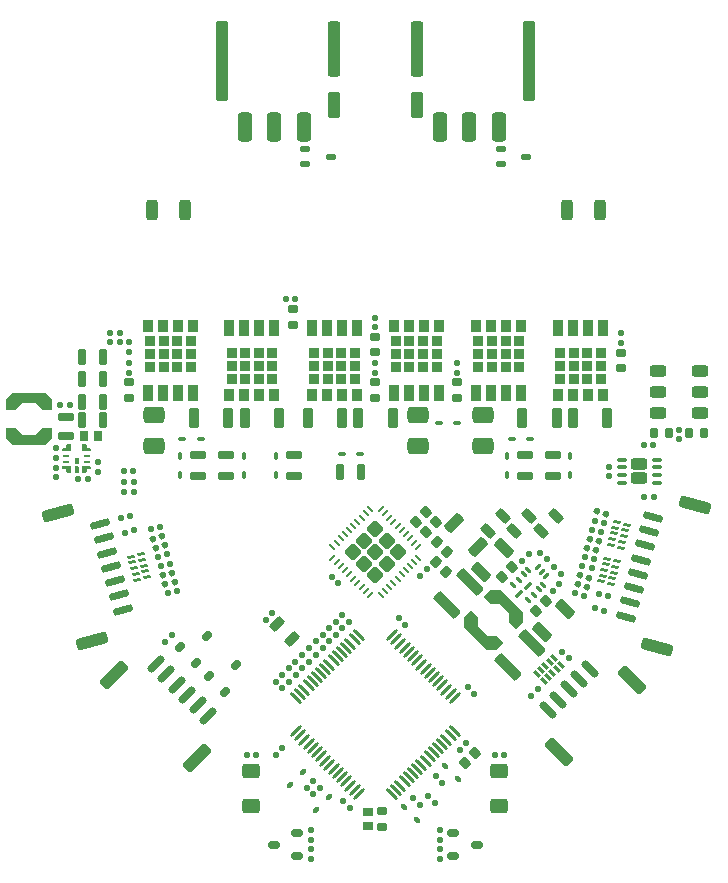
<source format=gbr>
%TF.GenerationSoftware,KiCad,Pcbnew,7.0.6*%
%TF.CreationDate,2024-04-14T17:53:18+02:00*%
%TF.ProjectId,amulet_controller,616d756c-6574-45f6-936f-6e74726f6c6c,1.1*%
%TF.SameCoordinates,Original*%
%TF.FileFunction,Paste,Top*%
%TF.FilePolarity,Positive*%
%FSLAX46Y46*%
G04 Gerber Fmt 4.6, Leading zero omitted, Abs format (unit mm)*
G04 Created by KiCad (PCBNEW 7.0.6) date 2024-04-14 17:53:18*
%MOMM*%
%LPD*%
G01*
G04 APERTURE LIST*
G04 Aperture macros list*
%AMRoundRect*
0 Rectangle with rounded corners*
0 $1 Rounding radius*
0 $2 $3 $4 $5 $6 $7 $8 $9 X,Y pos of 4 corners*
0 Add a 4 corners polygon primitive as box body*
4,1,4,$2,$3,$4,$5,$6,$7,$8,$9,$2,$3,0*
0 Add four circle primitives for the rounded corners*
1,1,$1+$1,$2,$3*
1,1,$1+$1,$4,$5*
1,1,$1+$1,$6,$7*
1,1,$1+$1,$8,$9*
0 Add four rect primitives between the rounded corners*
20,1,$1+$1,$2,$3,$4,$5,0*
20,1,$1+$1,$4,$5,$6,$7,0*
20,1,$1+$1,$6,$7,$8,$9,0*
20,1,$1+$1,$8,$9,$2,$3,0*%
%AMRotRect*
0 Rectangle, with rotation*
0 The origin of the aperture is its center*
0 $1 length*
0 $2 width*
0 $3 Rotation angle, in degrees counterclockwise*
0 Add horizontal line*
21,1,$1,$2,0,0,$3*%
%AMFreePoly0*
4,1,13,0.200001,0.350501,0.200001,-0.124500,0.150001,-0.174500,-0.500000,-0.174500,-0.550000,-0.124500,-0.550000,0.000501,-0.500000,0.050501,-0.249998,0.050501,-0.199998,0.100501,-0.199998,0.350501,-0.149998,0.400501,0.150001,0.400501,0.200001,0.350501,0.200001,0.350501,$1*%
%AMFreePoly1*
4,1,13,0.250001,0.124500,0.250001,-0.350503,0.200001,-0.400503,-0.099998,-0.400501,-0.149998,-0.350501,-0.149998,-0.100501,-0.199998,-0.050501,-0.450000,-0.050501,-0.500000,-0.000501,-0.500000,0.124500,-0.450000,0.174500,0.200001,0.174500,0.250001,0.124500,0.250001,0.124500,$1*%
%AMFreePoly2*
4,1,13,0.500000,0.124500,0.500000,-0.000501,0.450000,-0.050501,0.199998,-0.050501,0.149998,-0.100501,0.149998,-0.350501,0.099998,-0.400501,-0.200001,-0.400503,-0.250001,-0.350503,-0.250001,0.124500,-0.200001,0.174500,0.450000,0.174500,0.500000,0.124500,0.500000,0.124500,$1*%
%AMFreePoly3*
4,1,13,0.149998,0.350501,0.149998,0.100501,0.199998,0.050501,0.450000,0.050501,0.500000,0.000501,0.500000,-0.124500,0.450000,-0.174500,-0.200001,-0.174500,-0.250001,-0.124500,-0.250001,0.350501,-0.200001,0.400501,0.099998,0.400501,0.149998,0.350501,0.149998,0.350501,$1*%
%AMFreePoly4*
4,1,11,1.014999,1.170000,0.435000,0.575000,0.435000,-0.575000,1.014999,-1.170000,1.015000,-1.945000,0.125000,-1.945000,-0.434999,-1.395000,-0.434999,1.395000,0.125000,1.945000,1.015000,1.945000,1.014999,1.170000,1.014999,1.170000,$1*%
%AMFreePoly5*
4,1,11,0.434999,1.395000,0.434999,-1.395000,-0.125000,-1.945000,-1.015000,-1.945000,-1.014999,-1.170000,-0.435000,-0.575000,-0.435000,0.575000,-1.014999,1.170000,-1.015000,1.945000,-0.125000,1.945000,0.434999,1.395000,0.434999,1.395000,$1*%
G04 Aperture macros list end*
%ADD10RoundRect,0.237500X0.583363X-0.919239X0.919239X-0.583363X-0.583363X0.919239X-0.919239X0.583363X0*%
%ADD11RoundRect,0.130000X-0.130000X-0.130000X0.130000X-0.130000X0.130000X0.130000X-0.130000X0.130000X0*%
%ADD12R,0.900000X0.900000*%
%ADD13R,0.850000X1.450000*%
%ADD14R,0.850000X1.100000*%
%ADD15RoundRect,0.137500X-0.097227X-0.168402X0.168402X-0.097227X0.097227X0.168402X-0.168402X0.097227X0*%
%ADD16RoundRect,0.130000X-0.159217X-0.091924X0.091924X-0.159217X0.159217X0.091924X-0.091924X0.159217X0*%
%ADD17RoundRect,0.187500X-0.053033X0.318198X-0.318198X0.053033X0.053033X-0.318198X0.318198X-0.053033X0*%
%ADD18RoundRect,0.150000X0.350000X0.150000X-0.350000X0.150000X-0.350000X-0.150000X0.350000X-0.150000X0*%
%ADD19RoundRect,0.130000X-0.183848X0.000000X0.000000X-0.183848X0.183848X0.000000X0.000000X0.183848X0*%
%ADD20RoundRect,0.187500X-0.194454X0.459619X-0.459619X0.194454X0.194454X-0.459619X0.459619X-0.194454X0*%
%ADD21RoundRect,0.130000X-0.091924X-0.159217X0.159217X-0.091924X0.091924X0.159217X-0.159217X0.091924X0*%
%ADD22RoundRect,0.250000X-0.450000X-0.250000X0.450000X-0.250000X0.450000X0.250000X-0.450000X0.250000X0*%
%ADD23RoundRect,0.075000X-0.350000X-0.075000X0.350000X-0.075000X0.350000X0.075000X-0.350000X0.075000X0*%
%ADD24RoundRect,0.130000X0.183848X0.000000X0.000000X0.183848X-0.183848X0.000000X0.000000X-0.183848X0*%
%ADD25RoundRect,0.162500X0.287500X-0.162500X0.287500X0.162500X-0.287500X0.162500X-0.287500X-0.162500X0*%
%ADD26RoundRect,0.100000X-0.200000X-0.100000X0.200000X-0.100000X0.200000X0.100000X-0.200000X0.100000X0*%
%ADD27RotRect,0.250000X0.600000X225.000000*%
%ADD28RoundRect,0.187500X0.187500X0.462500X-0.187500X0.462500X-0.187500X-0.462500X0.187500X-0.462500X0*%
%ADD29RoundRect,0.310000X0.310000X0.940000X-0.310000X0.940000X-0.310000X-0.940000X0.310000X-0.940000X0*%
%ADD30RoundRect,0.275000X0.275000X0.822500X-0.275000X0.822500X-0.275000X-0.822500X0.275000X-0.822500X0*%
%ADD31RoundRect,0.275000X0.275000X3.122500X-0.275000X3.122500X-0.275000X-3.122500X0.275000X-3.122500X0*%
%ADD32RoundRect,0.275000X0.275000X2.077500X-0.275000X2.077500X-0.275000X-2.077500X0.275000X-2.077500X0*%
%ADD33RoundRect,0.187500X-0.462500X0.187500X-0.462500X-0.187500X0.462500X-0.187500X0.462500X0.187500X0*%
%ADD34RoundRect,0.130000X0.000000X0.183848X-0.183848X0.000000X0.000000X-0.183848X0.183848X0.000000X0*%
%ADD35RoundRect,0.137500X-0.137500X0.137500X-0.137500X-0.137500X0.137500X-0.137500X0.137500X0.137500X0*%
%ADD36RoundRect,0.100000X-0.212132X0.070711X0.070711X-0.212132X0.212132X-0.070711X-0.070711X0.212132X0*%
%ADD37RoundRect,0.240000X0.510000X-0.360000X0.510000X0.360000X-0.510000X0.360000X-0.510000X-0.360000X0*%
%ADD38RoundRect,0.137500X0.168402X0.097227X-0.097227X0.168402X-0.168402X-0.097227X0.097227X-0.168402X0*%
%ADD39RoundRect,0.195652X0.254348X0.654348X-0.254348X0.654348X-0.254348X-0.654348X0.254348X-0.654348X0*%
%ADD40RoundRect,0.137500X-0.194454X0.000000X0.000000X-0.194454X0.194454X0.000000X0.000000X0.194454X0*%
%ADD41RoundRect,0.130000X0.000000X-0.183848X0.183848X0.000000X0.000000X0.183848X-0.183848X0.000000X0*%
%ADD42RoundRect,0.187500X0.462500X-0.187500X0.462500X0.187500X-0.462500X0.187500X-0.462500X-0.187500X0*%
%ADD43RoundRect,0.195652X-0.642545X-0.282843X-0.282843X-0.642545X0.642545X0.282843X0.282843X0.642545X0*%
%ADD44RoundRect,0.162500X-0.287500X0.162500X-0.287500X-0.162500X0.287500X-0.162500X0.287500X0.162500X0*%
%ADD45RoundRect,0.137500X0.194454X0.000000X0.000000X0.194454X-0.194454X0.000000X0.000000X-0.194454X0*%
%ADD46RoundRect,0.137500X0.137500X0.137500X-0.137500X0.137500X-0.137500X-0.137500X0.137500X-0.137500X0*%
%ADD47RoundRect,0.137500X0.000000X-0.194454X0.194454X0.000000X0.000000X0.194454X-0.194454X0.000000X0*%
%ADD48RoundRect,0.350000X0.550000X-0.350000X0.550000X0.350000X-0.550000X0.350000X-0.550000X-0.350000X0*%
%ADD49RoundRect,0.130000X0.159217X0.091924X-0.091924X0.159217X-0.159217X-0.091924X0.091924X-0.159217X0*%
%ADD50RoundRect,0.130000X-0.130000X0.130000X-0.130000X-0.130000X0.130000X-0.130000X0.130000X0.130000X0*%
%ADD51RoundRect,0.175000X-0.500000X0.175000X-0.500000X-0.175000X0.500000X-0.175000X0.500000X0.175000X0*%
%ADD52RoundRect,0.137500X0.137500X-0.137500X0.137500X0.137500X-0.137500X0.137500X-0.137500X-0.137500X0*%
%ADD53RoundRect,0.187500X-0.459619X-0.194454X-0.194454X-0.459619X0.459619X0.194454X0.194454X0.459619X0*%
%ADD54RoundRect,0.206521X-0.268479X-0.643479X0.268479X-0.643479X0.268479X0.643479X-0.268479X0.643479X0*%
%ADD55RoundRect,0.187500X0.262500X-0.187500X0.262500X0.187500X-0.262500X0.187500X-0.262500X-0.187500X0*%
%ADD56RoundRect,0.150000X-0.106066X-0.318198X0.318198X0.106066X0.106066X0.318198X-0.318198X-0.106066X0*%
%ADD57RoundRect,0.137500X-0.262500X-0.137500X0.262500X-0.137500X0.262500X0.137500X-0.262500X0.137500X0*%
%ADD58RoundRect,0.062500X-0.123744X0.212132X-0.212132X0.123744X0.123744X-0.212132X0.212132X-0.123744X0*%
%ADD59RoundRect,0.062500X0.212132X0.123744X0.123744X0.212132X-0.212132X-0.123744X-0.123744X-0.212132X0*%
%ADD60RoundRect,0.062500X0.286555X0.198167X0.198167X0.286555X-0.286555X-0.198167X-0.198167X-0.286555X0*%
%ADD61RoundRect,0.130000X0.091924X0.159217X-0.159217X0.091924X-0.091924X-0.159217X0.159217X-0.091924X0*%
%ADD62RoundRect,0.130000X0.130000X0.130000X-0.130000X0.130000X-0.130000X-0.130000X0.130000X-0.130000X0*%
%ADD63RoundRect,0.206521X0.268479X0.643479X-0.268479X0.643479X-0.268479X-0.643479X0.268479X-0.643479X0*%
%ADD64RoundRect,0.150000X-0.601041X-0.388909X-0.388909X-0.601041X0.601041X0.388909X0.388909X0.601041X0*%
%ADD65RoundRect,0.250000X-0.954594X-0.601041X-0.601041X-0.954594X0.954594X0.601041X0.601041X0.954594X0*%
%ADD66RoundRect,0.187500X0.194454X-0.459619X0.459619X-0.194454X-0.194454X0.459619X-0.459619X0.194454X0*%
%ADD67FreePoly0,180.000000*%
%ADD68R,0.600000X0.250000*%
%ADD69FreePoly1,180.000000*%
%ADD70FreePoly2,180.000000*%
%ADD71FreePoly3,180.000000*%
%ADD72RoundRect,0.070000X0.325269X0.424264X-0.424264X-0.325269X-0.325269X-0.424264X0.424264X0.325269X0*%
%ADD73RoundRect,0.070000X-0.325269X0.424264X-0.424264X0.325269X0.325269X-0.424264X0.424264X-0.325269X0*%
%ADD74RoundRect,0.100000X0.100000X-0.200000X0.100000X0.200000X-0.100000X0.200000X-0.100000X-0.200000X0*%
%ADD75RoundRect,0.150000X0.637325X-0.326062X0.714971X-0.036284X-0.637325X0.326062X-0.714971X0.036284X0*%
%ADD76RoundRect,0.250000X0.997814X-0.526182X1.127223X-0.043219X-0.997814X0.526182X-1.127223X0.043219X0*%
%ADD77FreePoly4,225.000000*%
%ADD78FreePoly5,225.000000*%
%ADD79RoundRect,0.130000X0.130000X-0.130000X0.130000X0.130000X-0.130000X0.130000X-0.130000X-0.130000X0*%
%ADD80RoundRect,0.187500X-0.318198X-0.053033X-0.053033X-0.318198X0.318198X0.053033X0.053033X0.318198X0*%
%ADD81RoundRect,0.150000X0.388909X-0.601041X0.601041X-0.388909X-0.388909X0.601041X-0.601041X0.388909X0*%
%ADD82RoundRect,0.250000X0.601041X-0.954594X0.954594X-0.601041X-0.601041X0.954594X-0.954594X0.601041X0*%
%ADD83RoundRect,0.187500X0.053033X-0.318198X0.318198X-0.053033X-0.053033X0.318198X-0.318198X0.053033X0*%
%ADD84RoundRect,0.206521X-0.265165X0.644852X-0.644852X0.265165X0.265165X-0.644852X0.644852X-0.265165X0*%
%ADD85RoundRect,0.195652X-0.254348X-0.654348X0.254348X-0.654348X0.254348X0.654348X-0.254348X0.654348X0*%
%ADD86RoundRect,0.162500X0.162500X0.287500X-0.162500X0.287500X-0.162500X-0.287500X0.162500X-0.287500X0*%
%ADD87RoundRect,0.150000X-0.350000X-0.150000X0.350000X-0.150000X0.350000X0.150000X-0.350000X0.150000X0*%
%ADD88RotRect,0.250000X0.600000X255.000000*%
%ADD89RoundRect,0.100000X-0.070711X-0.212132X0.212132X0.070711X0.070711X0.212132X-0.212132X-0.070711X0*%
%ADD90RoundRect,0.187500X0.187500X0.262500X-0.187500X0.262500X-0.187500X-0.262500X0.187500X-0.262500X0*%
%ADD91RoundRect,0.100000X0.200000X0.100000X-0.200000X0.100000X-0.200000X-0.100000X0.200000X-0.100000X0*%
%ADD92RoundRect,0.137500X0.000000X0.194454X-0.194454X0.000000X0.000000X-0.194454X0.194454X0.000000X0*%
%ADD93RoundRect,0.187500X-0.187500X-0.462500X0.187500X-0.462500X0.187500X0.462500X-0.187500X0.462500X0*%
%ADD94RotRect,0.250000X0.600000X105.000000*%
%ADD95FreePoly4,90.000000*%
%ADD96FreePoly5,90.000000*%
%ADD97RoundRect,0.230000X0.000000X0.487904X-0.487904X0.000000X0.000000X-0.487904X0.487904X0.000000X0*%
%ADD98RoundRect,0.234000X0.000000X0.496389X-0.496389X0.000000X0.000000X-0.496389X0.496389X0.000000X0*%
%ADD99RoundRect,0.055000X0.134350X0.212132X-0.212132X-0.134350X-0.134350X-0.212132X0.212132X0.134350X0*%
%ADD100RoundRect,0.055000X-0.134350X0.212132X-0.212132X0.134350X0.134350X-0.212132X0.212132X-0.134350X0*%
%ADD101RoundRect,0.150000X-0.714971X-0.036284X-0.637325X-0.326062X0.714971X0.036284X0.637325X0.326062X0*%
%ADD102RoundRect,0.250000X-1.127223X-0.043219X-0.997814X-0.526182X1.127223X0.043219X0.997814X0.526182X0*%
%ADD103RoundRect,0.250000X0.450000X0.250000X-0.450000X0.250000X-0.450000X-0.250000X0.450000X-0.250000X0*%
G04 APERTURE END LIST*
%TO.C,U2*%
G36*
X123375400Y-86788103D02*
G01*
X123375397Y-87238102D01*
X123325397Y-87288102D01*
X123075398Y-87288102D01*
X123025398Y-87238102D01*
X123025398Y-86788103D01*
X123075398Y-86738103D01*
X123325400Y-86738103D01*
X123375400Y-86788103D01*
G37*
G36*
X123375400Y-87538101D02*
G01*
X123375400Y-87988100D01*
X123325400Y-88038100D01*
X123075401Y-88038100D01*
X123025401Y-87988100D01*
X123025401Y-87538101D01*
X123075401Y-87488101D01*
X123325400Y-87488101D01*
X123375400Y-87538101D01*
G37*
G36*
X123375400Y-87538101D02*
G01*
X123375400Y-87988100D01*
X123325400Y-88038100D01*
X123075401Y-88038100D01*
X123025401Y-87988100D01*
X123025401Y-87538101D01*
X123075401Y-87488101D01*
X123325400Y-87488101D01*
X123375400Y-87538101D01*
G37*
G36*
X124000397Y-85637599D02*
G01*
X124050397Y-85687599D01*
X124050397Y-85937599D01*
X124100397Y-85987599D01*
X124350399Y-85987599D01*
X124400399Y-86037599D01*
X124400399Y-86162600D01*
X124350399Y-86212600D01*
X123700398Y-86212600D01*
X123650398Y-86162600D01*
X123650398Y-85687597D01*
X123700398Y-85637597D01*
X124000397Y-85637599D01*
G37*
G36*
X124400394Y-87513600D02*
G01*
X124400397Y-87638599D01*
X124350397Y-87688601D01*
X124100397Y-87688601D01*
X124050397Y-87738601D01*
X124050397Y-87913602D01*
X124000397Y-87963602D01*
X123700398Y-87963602D01*
X123650398Y-87913600D01*
X123650401Y-87513600D01*
X123700398Y-87463603D01*
X124350397Y-87463603D01*
X124400394Y-87513600D01*
G37*
G36*
X122750397Y-87513600D02*
G01*
X122750400Y-87913600D01*
X122700400Y-87963602D01*
X122400401Y-87963602D01*
X122350401Y-87913602D01*
X122350401Y-87738601D01*
X122300401Y-87688601D01*
X122050401Y-87688601D01*
X122000401Y-87638599D01*
X122000404Y-87513600D01*
X122050401Y-87463603D01*
X122700400Y-87463603D01*
X122750397Y-87513600D01*
G37*
%TD*%
D10*
%TO.C,C38*%
X159742740Y-104427232D03*
X161722638Y-102447334D03*
%TD*%
D11*
%TO.C,C138*%
X140900000Y-73299954D03*
X141700000Y-73299954D03*
%TD*%
D12*
%TO.C,Q3*%
X146775400Y-77900100D03*
X145625400Y-77900100D03*
X144475400Y-77900100D03*
X143325400Y-77900100D03*
X146775400Y-79000100D03*
X145625400Y-79000100D03*
X144475400Y-79000100D03*
X143325400Y-79000100D03*
X146775400Y-80100100D03*
X145625400Y-80100100D03*
X144475400Y-80100100D03*
X143325400Y-80100100D03*
D13*
X146955400Y-75750100D03*
X145685400Y-75750100D03*
X144415400Y-75750100D03*
X143145400Y-75750100D03*
D14*
X143145400Y-81425100D03*
X144415400Y-81425100D03*
X145685400Y-81425100D03*
X146955400Y-81425100D03*
%TD*%
D15*
%TO.C,R42*%
X130521710Y-96685879D03*
X131294450Y-96478823D03*
%TD*%
D16*
%TO.C,C124*%
X165415645Y-98241230D03*
X166188385Y-98448286D03*
%TD*%
D17*
%TO.C,C1*%
X156924664Y-111725836D03*
X156076136Y-112574364D03*
%TD*%
D18*
%TO.C,Q7*%
X141900400Y-120450100D03*
X141900400Y-118550100D03*
X139900400Y-119500100D03*
%TD*%
D19*
%TO.C,C128*%
X164307557Y-103177257D03*
X164873243Y-103742943D03*
%TD*%
D20*
%TO.C,C16*%
X159286796Y-91663704D03*
X158014004Y-92936496D03*
%TD*%
D15*
%TO.C,R40*%
X129693490Y-93594919D03*
X130466230Y-93387863D03*
%TD*%
D21*
%TO.C,C113*%
X126943013Y-91862072D03*
X127715753Y-91655016D03*
%TD*%
D22*
%TO.C,U10*%
X170850400Y-87300100D03*
X170850400Y-88500100D03*
D23*
X169400400Y-86925100D03*
X169400400Y-87575100D03*
X169400400Y-88225100D03*
X169400400Y-88875100D03*
X172300400Y-88875100D03*
X172300400Y-88225100D03*
X172300400Y-87575100D03*
X172300400Y-86925100D03*
%TD*%
D24*
%TO.C,C5*%
X146333243Y-116382943D03*
X145767557Y-115817257D03*
%TD*%
D25*
%TO.C,R55*%
X155450000Y-81675000D03*
X155450000Y-80375000D03*
%TD*%
D26*
%TO.C,D8*%
X145650400Y-86425100D03*
X147200400Y-86425100D03*
%TD*%
D27*
%TO.C,D26*%
X163594460Y-103679943D03*
X163240907Y-104033496D03*
X162887354Y-104387050D03*
X162533800Y-104740603D03*
X162180247Y-105094156D03*
X162781288Y-105695197D03*
X163134841Y-105341644D03*
X163488394Y-104988090D03*
X163841948Y-104634537D03*
X164195501Y-104280984D03*
%TD*%
D28*
%TO.C,C20*%
X125475399Y-83548100D03*
X123675399Y-83548100D03*
%TD*%
D29*
%TO.C,J12*%
X153950400Y-58785100D03*
X156450400Y-58785100D03*
X158950400Y-58785100D03*
D30*
X151980400Y-56857600D03*
D31*
X161520400Y-53152600D03*
D32*
X151980400Y-52107600D03*
%TD*%
D33*
%TO.C,R10*%
X163524600Y-86525000D03*
X163524600Y-88325000D03*
%TD*%
D34*
%TO.C,C8*%
X156208243Y-110917257D03*
X155642557Y-111482943D03*
%TD*%
D35*
%TO.C,R30*%
X127200400Y-88825100D03*
X127200400Y-89625100D03*
%TD*%
D36*
%TO.C,D19*%
X150952392Y-116352092D03*
X152048408Y-117448108D03*
%TD*%
D34*
%TO.C,C2*%
X139783243Y-99917257D03*
X139217557Y-100482943D03*
%TD*%
D37*
%TO.C,D13*%
X159000400Y-116250100D03*
X159000400Y-113250100D03*
%TD*%
D38*
%TO.C,R37*%
X167217538Y-94588123D03*
X166444798Y-94381067D03*
%TD*%
D39*
%TO.C,C95*%
X163840000Y-83400000D03*
X160940000Y-83400000D03*
%TD*%
D40*
%TO.C,R6*%
X162429743Y-94775222D03*
X162995429Y-95340908D03*
%TD*%
D41*
%TO.C,C94*%
X152292557Y-96732943D03*
X152858243Y-96167257D03*
%TD*%
D25*
%TO.C,R52*%
X149100000Y-118000000D03*
X149100000Y-116700000D03*
%TD*%
D12*
%TO.C,Q4*%
X150225400Y-79100100D03*
X151375400Y-79100100D03*
X152525400Y-79100100D03*
X153675400Y-79100100D03*
X150225400Y-78000100D03*
X151375400Y-78000100D03*
X152525400Y-78000100D03*
X153675400Y-78000100D03*
X150225400Y-76900100D03*
X151375400Y-76900100D03*
X152525400Y-76900100D03*
X153675400Y-76900100D03*
D13*
X150045400Y-81250100D03*
X151315400Y-81250100D03*
X152585400Y-81250100D03*
X153855400Y-81250100D03*
D14*
X153855400Y-75575100D03*
X152585400Y-75575100D03*
X151315400Y-75575100D03*
X150045400Y-75575100D03*
%TD*%
D42*
%TO.C,R11*%
X161150000Y-88325000D03*
X161150000Y-86525000D03*
%TD*%
D43*
%TO.C,C89*%
X155175095Y-92299795D03*
X157225705Y-94350405D03*
%TD*%
D44*
%TO.C,R58*%
X169320000Y-77874998D03*
X169320000Y-79174998D03*
%TD*%
D45*
%TO.C,R3*%
X144033243Y-102857943D03*
X143467557Y-102292257D03*
%TD*%
D42*
%TO.C,R17*%
X133480000Y-88325000D03*
X133480000Y-86525000D03*
%TD*%
D16*
%TO.C,C120*%
X166234207Y-95147684D03*
X167006947Y-95354740D03*
%TD*%
D19*
%TO.C,C90*%
X144792557Y-96817257D03*
X145358243Y-97382943D03*
%TD*%
%TO.C,C9*%
X156307557Y-106167257D03*
X156873243Y-106732943D03*
%TD*%
D46*
%TO.C,R23*%
X138400400Y-111950100D03*
X137600400Y-111950100D03*
%TD*%
D41*
%TO.C,C28*%
X163505044Y-98048626D03*
X164070730Y-97482940D03*
%TD*%
D47*
%TO.C,R47*%
X143242557Y-115257943D03*
X143808243Y-114692257D03*
%TD*%
D29*
%TO.C,J13*%
X137450400Y-58785100D03*
X139950400Y-58785100D03*
X142450400Y-58785100D03*
D31*
X135480400Y-53152600D03*
D30*
X145020400Y-56860100D03*
D32*
X145020400Y-52110100D03*
%TD*%
D48*
%TO.C,R12*%
X157575400Y-85790000D03*
X157575400Y-83090000D03*
%TD*%
D49*
%TO.C,C114*%
X168211752Y-98498689D03*
X167439012Y-98291633D03*
%TD*%
D41*
%TO.C,C11*%
X142309714Y-104590786D03*
X142875400Y-104025100D03*
%TD*%
D50*
%TO.C,C27*%
X121440400Y-85940100D03*
X121440400Y-86740100D03*
%TD*%
D38*
%TO.C,R35*%
X166385783Y-97672957D03*
X165613043Y-97465901D03*
%TD*%
D15*
%TO.C,R43*%
X130726866Y-97458621D03*
X131499606Y-97251565D03*
%TD*%
D46*
%TO.C,R33*%
X172040400Y-85700100D03*
X171240400Y-85700100D03*
%TD*%
D12*
%TO.C,Q6*%
X129410401Y-79100100D03*
X130560401Y-79100100D03*
X131710401Y-79100100D03*
X132860401Y-79100100D03*
X129410401Y-78000100D03*
X130560401Y-78000100D03*
X131710401Y-78000100D03*
X132860401Y-78000100D03*
X129410401Y-76900100D03*
X130560401Y-76900100D03*
X131710401Y-76900100D03*
X132860401Y-76900100D03*
D13*
X129230401Y-81250100D03*
X130500401Y-81250100D03*
X131770401Y-81250100D03*
X133040401Y-81250100D03*
D14*
X133040401Y-75575100D03*
X131770401Y-75575100D03*
X130500401Y-75575100D03*
X129230401Y-75575100D03*
%TD*%
D51*
%TO.C,C37*%
X122300399Y-83288100D03*
X122300399Y-84888100D03*
%TD*%
D52*
%TO.C,TH1*%
X127640000Y-77780000D03*
X127640000Y-76980000D03*
%TD*%
D53*
%TO.C,FB1*%
X140164004Y-100863704D03*
X141436796Y-102136496D03*
%TD*%
D21*
%TO.C,C115*%
X127274030Y-93093628D03*
X128046770Y-92886572D03*
%TD*%
D54*
%TO.C,C50*%
X164700000Y-65800000D03*
X167500000Y-65800000D03*
%TD*%
D19*
%TO.C,C3*%
X150467557Y-100342257D03*
X151033243Y-100907943D03*
%TD*%
D52*
%TO.C,R25*%
X153950400Y-119100100D03*
X153950400Y-118300100D03*
%TD*%
D55*
%TO.C,C130*%
X147900000Y-117950000D03*
X147900000Y-116750000D03*
%TD*%
D49*
%TO.C,C112*%
X167886770Y-99703628D03*
X167114030Y-99496572D03*
%TD*%
D16*
%TO.C,C118*%
X166857614Y-92840410D03*
X167630354Y-93047466D03*
%TD*%
D48*
%TO.C,R18*%
X129760000Y-85790000D03*
X129760000Y-83090000D03*
%TD*%
D35*
%TO.C,R22*%
X143050400Y-119900100D03*
X143050400Y-120700100D03*
%TD*%
D56*
%TO.C,D27*%
X131947148Y-102795331D03*
X133290651Y-104138834D03*
X134245245Y-101840737D03*
%TD*%
D57*
%TO.C,D24*%
X159125400Y-60600100D03*
X159125400Y-61900100D03*
X161275400Y-61250100D03*
%TD*%
D58*
%TO.C,U3*%
X161439790Y-98805731D03*
X161899409Y-98346112D03*
X162359029Y-97886492D03*
X162712582Y-97532939D03*
D59*
X162942392Y-96737444D03*
X162588838Y-96383891D03*
X162235285Y-96030337D03*
D58*
X161439790Y-96260147D03*
X161086237Y-96613700D03*
X160626617Y-97073320D03*
X160166998Y-97532939D03*
D60*
X160683009Y-98289720D03*
X161400899Y-97571830D03*
%TD*%
D61*
%TO.C,C123*%
X130252703Y-92590975D03*
X129479963Y-92798031D03*
%TD*%
D24*
%TO.C,C26*%
X164215193Y-96560668D03*
X163649507Y-95994982D03*
%TD*%
D17*
%TO.C,C23*%
X160056864Y-96038036D03*
X159208336Y-96886564D03*
%TD*%
D62*
%TO.C,C108*%
X172050401Y-90100103D03*
X171250401Y-90100103D03*
%TD*%
D17*
%TO.C,C88*%
X152774664Y-91355836D03*
X151926136Y-92204364D03*
%TD*%
D12*
%TO.C,Q1*%
X167575400Y-77900100D03*
X166425400Y-77900100D03*
X165275400Y-77900100D03*
X164125400Y-77900100D03*
X167575400Y-79000100D03*
X166425400Y-79000100D03*
X165275400Y-79000100D03*
X164125400Y-79000100D03*
X167575400Y-80100100D03*
X166425400Y-80100100D03*
X165275400Y-80100100D03*
X164125400Y-80100100D03*
D13*
X167755400Y-75750100D03*
X166485400Y-75750100D03*
X165215400Y-75750100D03*
X163945400Y-75750100D03*
D14*
X163945400Y-81425100D03*
X165215400Y-81425100D03*
X166485400Y-81425100D03*
X167755400Y-81425100D03*
%TD*%
D41*
%TO.C,C127*%
X161667557Y-106932943D03*
X162233243Y-106367257D03*
%TD*%
D63*
%TO.C,C66*%
X132350000Y-65800000D03*
X129550000Y-65800000D03*
%TD*%
D64*
%TO.C,J10*%
X129921170Y-104184914D03*
X130805053Y-105068797D03*
X131688937Y-105952681D03*
X132572820Y-106836564D03*
X133456704Y-107720448D03*
X134340587Y-108604331D03*
D65*
X126350281Y-105139508D03*
X133385993Y-112175220D03*
%TD*%
D66*
%TO.C,C18*%
X162514004Y-92936496D03*
X163786796Y-91663704D03*
%TD*%
D67*
%TO.C,U2*%
X123850399Y-87638100D03*
D68*
X124100399Y-87088100D03*
X124100399Y-86588100D03*
D69*
X123900399Y-86038100D03*
D70*
X122500399Y-86038100D03*
D68*
X122300399Y-86588100D03*
X122300399Y-87088100D03*
D71*
X122500399Y-87638100D03*
%TD*%
D11*
%TO.C,C29*%
X121825400Y-82250100D03*
X122625400Y-82250100D03*
%TD*%
D46*
%TO.C,R4*%
X124150398Y-88563101D03*
X123350398Y-88563101D03*
%TD*%
D42*
%TO.C,R16*%
X135860000Y-88325000D03*
X135860000Y-86525000D03*
%TD*%
D72*
%TO.C,U1*%
X155217914Y-107085886D03*
X154864361Y-106732333D03*
X154510808Y-106378780D03*
X154157254Y-106025226D03*
X153803701Y-105671673D03*
X153450147Y-105318119D03*
X153096594Y-104964566D03*
X152743041Y-104611013D03*
X152389487Y-104257459D03*
X152035934Y-103903906D03*
X151682381Y-103550353D03*
X151328827Y-103196799D03*
X150975274Y-102843246D03*
X150621720Y-102489692D03*
X150268167Y-102136139D03*
X149914614Y-101782586D03*
D73*
X147086186Y-101782586D03*
X146732633Y-102136139D03*
X146379080Y-102489692D03*
X146025526Y-102843246D03*
X145671973Y-103196799D03*
X145318419Y-103550353D03*
X144964866Y-103903906D03*
X144611313Y-104257459D03*
X144257759Y-104611013D03*
X143904206Y-104964566D03*
X143550653Y-105318119D03*
X143197099Y-105671673D03*
X142843546Y-106025226D03*
X142489992Y-106378780D03*
X142136439Y-106732333D03*
X141782886Y-107085886D03*
D72*
X141782886Y-109914314D03*
X142136439Y-110267867D03*
X142489992Y-110621420D03*
X142843546Y-110974974D03*
X143197099Y-111328527D03*
X143550653Y-111682081D03*
X143904206Y-112035634D03*
X144257759Y-112389187D03*
X144611313Y-112742741D03*
X144964866Y-113096294D03*
X145318419Y-113449847D03*
X145671973Y-113803401D03*
X146025526Y-114156954D03*
X146379080Y-114510508D03*
X146732633Y-114864061D03*
X147086186Y-115217614D03*
D73*
X149914614Y-115217614D03*
X150268167Y-114864061D03*
X150621720Y-114510508D03*
X150975274Y-114156954D03*
X151328827Y-113803401D03*
X151682381Y-113449847D03*
X152035934Y-113096294D03*
X152389487Y-112742741D03*
X152743041Y-112389187D03*
X153096594Y-112035634D03*
X153450147Y-111682081D03*
X153803701Y-111328527D03*
X154157254Y-110974974D03*
X154510808Y-110621420D03*
X154864361Y-110267867D03*
X155217914Y-109914314D03*
%TD*%
D74*
%TO.C,D4*%
X165010000Y-88175000D03*
X165010000Y-86625000D03*
%TD*%
D24*
%TO.C,C14*%
X143458243Y-103432943D03*
X142892557Y-102867257D03*
%TD*%
D45*
%TO.C,R44*%
X152258243Y-116157943D03*
X151692557Y-115592257D03*
%TD*%
D47*
%TO.C,R45*%
X142692557Y-114707943D03*
X143258243Y-114142257D03*
%TD*%
D50*
%TO.C,C136*%
X169320000Y-76224998D03*
X169320000Y-77024998D03*
%TD*%
D15*
%TO.C,R41*%
X129900542Y-94367662D03*
X130673282Y-94160606D03*
%TD*%
D75*
%TO.C,J6*%
X169721104Y-100197210D03*
X170044628Y-98989803D03*
X170368152Y-97782396D03*
X170691675Y-96574988D03*
X171015199Y-95367581D03*
X171338723Y-94160174D03*
X171662247Y-92952767D03*
X171985771Y-91745359D03*
D76*
X172333251Y-102812394D03*
X175555547Y-90786617D03*
%TD*%
D17*
%TO.C,C25*%
X162934664Y-98915836D03*
X162086136Y-99764364D03*
%TD*%
D50*
%TO.C,C129*%
X174200400Y-84400100D03*
X174200400Y-85200100D03*
%TD*%
%TO.C,C103*%
X128050400Y-88825100D03*
X128050400Y-89625100D03*
%TD*%
D16*
%TO.C,C116*%
X167064671Y-92067672D03*
X167837411Y-92274728D03*
%TD*%
D77*
%TO.C,L2*%
X159735665Y-99237066D03*
D78*
X157239579Y-101733152D03*
%TD*%
D74*
%TO.C,D7*%
X140120000Y-88175000D03*
X140120000Y-86625000D03*
%TD*%
D79*
%TO.C,C109*%
X168250402Y-88300100D03*
X168250402Y-87500100D03*
%TD*%
D80*
%TO.C,C93*%
X153651136Y-95575836D03*
X154499664Y-96424364D03*
%TD*%
D74*
%TO.C,D10*%
X137340000Y-88180000D03*
X137340000Y-86630000D03*
%TD*%
D81*
%TO.C,J14*%
X163099486Y-108134719D03*
X163983369Y-107250836D03*
X164867252Y-106366952D03*
X165751136Y-105483069D03*
X166635019Y-104599186D03*
D82*
X164054080Y-111705609D03*
X170205909Y-105553780D03*
%TD*%
D83*
%TO.C,C92*%
X152776136Y-93054364D03*
X153624664Y-92205836D03*
%TD*%
D84*
%TO.C,C21*%
X159410349Y-94410151D03*
X157430451Y-96390049D03*
%TD*%
D61*
%TO.C,C121*%
X130880335Y-94933344D03*
X130107595Y-95140400D03*
%TD*%
D35*
%TO.C,R24*%
X153950400Y-119900100D03*
X153950400Y-120700100D03*
%TD*%
D57*
%TO.C,D25*%
X142575400Y-60600100D03*
X142575400Y-61900100D03*
X144725400Y-61250100D03*
%TD*%
D41*
%TO.C,C126*%
X130717557Y-102332943D03*
X131283243Y-101767257D03*
%TD*%
D48*
%TO.C,R15*%
X152100000Y-85790000D03*
X152100000Y-83090000D03*
%TD*%
D61*
%TO.C,C119*%
X131087395Y-95706085D03*
X130314655Y-95913141D03*
%TD*%
D24*
%TO.C,C13*%
X144608243Y-102282943D03*
X144042557Y-101717257D03*
%TD*%
D85*
%TO.C,C96*%
X137450400Y-83400100D03*
X140350400Y-83400100D03*
%TD*%
D41*
%TO.C,C7*%
X141734714Y-104015786D03*
X142300400Y-103450100D03*
%TD*%
D10*
%TO.C,C30*%
X154545502Y-99229998D03*
X156525400Y-97250100D03*
%TD*%
D79*
%TO.C,C135*%
X127640000Y-79549999D03*
X127640000Y-78749999D03*
%TD*%
D86*
%TO.C,R51*%
X173350400Y-84680098D03*
X172050400Y-84680098D03*
%TD*%
D74*
%TO.C,D5*%
X159670000Y-88175000D03*
X159670000Y-86625000D03*
%TD*%
D46*
%TO.C,R27*%
X126840000Y-76980000D03*
X126040000Y-76980000D03*
%TD*%
D87*
%TO.C,Q8*%
X155100400Y-118550100D03*
X155100400Y-120450100D03*
X157100400Y-119500100D03*
%TD*%
D50*
%TO.C,C137*%
X148500000Y-74900000D03*
X148500000Y-75700000D03*
%TD*%
D44*
%TO.C,R60*%
X141539998Y-74180001D03*
X141539998Y-75480001D03*
%TD*%
D26*
%TO.C,D6*%
X153850000Y-83800000D03*
X155400000Y-83800000D03*
%TD*%
D88*
%TO.C,D16*%
X168954468Y-92199176D03*
X168825058Y-92682139D03*
X168695649Y-93165102D03*
X168566239Y-93648065D03*
X168436829Y-94131028D03*
X169257866Y-94351024D03*
X169387276Y-93868061D03*
X169516685Y-93385098D03*
X169646095Y-92902135D03*
X169775505Y-92419172D03*
%TD*%
D74*
%TO.C,D11*%
X131990000Y-88180000D03*
X131990000Y-86630000D03*
%TD*%
D37*
%TO.C,D12*%
X138000400Y-116250100D03*
X138000400Y-113250100D03*
%TD*%
D86*
%TO.C,R50*%
X176350400Y-84680099D03*
X175050400Y-84680099D03*
%TD*%
D89*
%TO.C,D22*%
X143452392Y-116548108D03*
X144548408Y-115452092D03*
%TD*%
D45*
%TO.C,R2*%
X145158243Y-101732943D03*
X144592557Y-101167257D03*
%TD*%
D20*
%TO.C,FB3*%
X161536796Y-91663704D03*
X160264004Y-92936496D03*
%TD*%
D79*
%TO.C,C133*%
X155450000Y-79550000D03*
X155450000Y-78750000D03*
%TD*%
D44*
%TO.C,R59*%
X148500000Y-76500000D03*
X148500000Y-77800000D03*
%TD*%
D90*
%TO.C,C22*%
X124990400Y-84910100D03*
X123790400Y-84910100D03*
%TD*%
D62*
%TO.C,C101*%
X126840000Y-76170000D03*
X126040000Y-76170000D03*
%TD*%
D47*
%TO.C,R8*%
X140067557Y-111932943D03*
X140633243Y-111367257D03*
%TD*%
D38*
%TO.C,R38*%
X167423301Y-93820205D03*
X166650561Y-93613149D03*
%TD*%
D91*
%TO.C,D3*%
X161615000Y-85200000D03*
X160065000Y-85200000D03*
%TD*%
D92*
%TO.C,R5*%
X161507470Y-94919674D03*
X160941784Y-95485360D03*
%TD*%
D45*
%TO.C,R46*%
X154158243Y-114257943D03*
X153592557Y-113692257D03*
%TD*%
D84*
%TO.C,C19*%
X164560349Y-99560151D03*
X162580451Y-101540049D03*
%TD*%
D45*
%TO.C,R1*%
X145708243Y-101182943D03*
X145142557Y-100617257D03*
%TD*%
D42*
%TO.C,R13*%
X141600400Y-88325100D03*
X141600400Y-86525100D03*
%TD*%
D39*
%TO.C,C98*%
X145675000Y-83400000D03*
X142775000Y-83400000D03*
%TD*%
D16*
%TO.C,C122*%
X166027151Y-95920421D03*
X166799891Y-96127477D03*
%TD*%
D24*
%TO.C,C4*%
X140608243Y-106282943D03*
X140042557Y-105717257D03*
%TD*%
D25*
%TO.C,R57*%
X127640000Y-81675000D03*
X127640000Y-80375000D03*
%TD*%
D85*
%TO.C,C97*%
X147050000Y-83400000D03*
X149950000Y-83400000D03*
%TD*%
D34*
%TO.C,C6*%
X141175400Y-104575100D03*
X140609714Y-105140786D03*
%TD*%
%TO.C,C10*%
X141750400Y-105150100D03*
X141184714Y-105715786D03*
%TD*%
D38*
%TO.C,R39*%
X168044463Y-91501991D03*
X167271723Y-91294935D03*
%TD*%
D93*
%TO.C,R14*%
X145520401Y-87975100D03*
X147320401Y-87975100D03*
%TD*%
D94*
%TO.C,D17*%
X129141797Y-96848571D03*
X129012387Y-96365608D03*
X128882977Y-95882645D03*
X128753568Y-95399682D03*
X128624158Y-94916719D03*
X127803121Y-95136715D03*
X127932531Y-95619678D03*
X128061941Y-96102641D03*
X128191350Y-96585604D03*
X128320760Y-97068567D03*
%TD*%
D80*
%TO.C,C91*%
X153686136Y-93850836D03*
X154534664Y-94699364D03*
%TD*%
D93*
%TO.C,C15*%
X123670400Y-78200100D03*
X125470400Y-78200100D03*
%TD*%
D46*
%TO.C,R26*%
X159400400Y-111950100D03*
X158600400Y-111950100D03*
%TD*%
D89*
%TO.C,D20*%
X141302392Y-114448108D03*
X142398408Y-113352092D03*
%TD*%
D56*
%TO.C,D23*%
X134386666Y-105234849D03*
X135730169Y-106578352D03*
X136684763Y-104280255D03*
%TD*%
D85*
%TO.C,C100*%
X165225400Y-83400100D03*
X168125400Y-83400100D03*
%TD*%
D95*
%TO.C,L1*%
X119200400Y-85245100D03*
D96*
X119200400Y-81715100D03*
%TD*%
D79*
%TO.C,C134*%
X148500000Y-79550000D03*
X148500000Y-78750000D03*
%TD*%
D25*
%TO.C,R56*%
X148500000Y-81675000D03*
X148500000Y-80375000D03*
%TD*%
D52*
%TO.C,R21*%
X143050400Y-119100100D03*
X143050400Y-118300100D03*
%TD*%
D24*
%TO.C,C12*%
X146258243Y-100632943D03*
X145692557Y-100067257D03*
%TD*%
D38*
%TO.C,R36*%
X166592834Y-96900218D03*
X165820094Y-96693162D03*
%TD*%
D97*
%TO.C,U6*%
X150437873Y-94750100D03*
D98*
X149469136Y-93781364D03*
D97*
X148500400Y-92812627D03*
X149469136Y-95718836D03*
X148500400Y-94750100D03*
X147531664Y-93781364D03*
X148500400Y-96687573D03*
X147531664Y-95718836D03*
X146562927Y-94750100D03*
D99*
X152142000Y-94290481D03*
X151788447Y-93936927D03*
X151434893Y-93583374D03*
X151081340Y-93229820D03*
X150727786Y-92876267D03*
X150374233Y-92522714D03*
X150020680Y-92169160D03*
X149667126Y-91815607D03*
X149313573Y-91462053D03*
X148960019Y-91108500D03*
D100*
X148040781Y-91108500D03*
X147687227Y-91462053D03*
X147333674Y-91815607D03*
X146980120Y-92169160D03*
X146626567Y-92522714D03*
X146273014Y-92876267D03*
X145919460Y-93229820D03*
X145565907Y-93583374D03*
X145212353Y-93936927D03*
X144858800Y-94290481D03*
D99*
X144858800Y-95209719D03*
X145212353Y-95563273D03*
X145565907Y-95916826D03*
X145919460Y-96270380D03*
X146273014Y-96623933D03*
X146626567Y-96977486D03*
X146980120Y-97331040D03*
X147333674Y-97684593D03*
X147687227Y-98038147D03*
X148040781Y-98391700D03*
D100*
X148960019Y-98391700D03*
X149313573Y-98038147D03*
X149667126Y-97684593D03*
X150020680Y-97331040D03*
X150374233Y-96977486D03*
X150727786Y-96623933D03*
X151081340Y-96270380D03*
X151434893Y-95916826D03*
X151788447Y-95563273D03*
X152142000Y-95209719D03*
%TD*%
D12*
%TO.C,Q2*%
X157225400Y-79100100D03*
X158375400Y-79100100D03*
X159525400Y-79100100D03*
X160675400Y-79100100D03*
X157225400Y-78000100D03*
X158375400Y-78000100D03*
X159525400Y-78000100D03*
X160675400Y-78000100D03*
X157225400Y-76900100D03*
X158375400Y-76900100D03*
X159525400Y-76900100D03*
X160675400Y-76900100D03*
D13*
X157045400Y-81250100D03*
X158315400Y-81250100D03*
X159585400Y-81250100D03*
X160855400Y-81250100D03*
D14*
X160855400Y-75575100D03*
X159585400Y-75575100D03*
X158315400Y-75575100D03*
X157045400Y-75575100D03*
%TD*%
D50*
%TO.C,C24*%
X121440400Y-87613101D03*
X121440400Y-88413101D03*
%TD*%
D28*
%TO.C,C17*%
X125475400Y-82010100D03*
X123675400Y-82010100D03*
%TD*%
D91*
%TO.C,D9*%
X133695000Y-85200000D03*
X132145000Y-85200000D03*
%TD*%
D101*
%TO.C,J7*%
X125156791Y-92369063D03*
X125480315Y-93576470D03*
X125803839Y-94783877D03*
X126127363Y-95991285D03*
X126450887Y-97198692D03*
X126774410Y-98406099D03*
X127097934Y-99613507D03*
D102*
X121587013Y-91410321D03*
X124485787Y-102228690D03*
%TD*%
D45*
%TO.C,R9*%
X153553243Y-115982943D03*
X152987557Y-115417257D03*
%TD*%
D35*
%TO.C,R7*%
X125000400Y-87150100D03*
X125000400Y-87950100D03*
%TD*%
D12*
%TO.C,Q5*%
X139775400Y-77900100D03*
X138625400Y-77900100D03*
X137475400Y-77900100D03*
X136325400Y-77900100D03*
X139775400Y-79000100D03*
X138625400Y-79000100D03*
X137475400Y-79000100D03*
X136325400Y-79000100D03*
X139775400Y-80100100D03*
X138625400Y-80100100D03*
X137475400Y-80100100D03*
X136325400Y-80100100D03*
D13*
X139955400Y-75750100D03*
X138685400Y-75750100D03*
X137415400Y-75750100D03*
X136145400Y-75750100D03*
D14*
X136145400Y-81425100D03*
X137415400Y-81425100D03*
X138685400Y-81425100D03*
X139955400Y-81425100D03*
%TD*%
D36*
%TO.C,D21*%
X154427392Y-112877092D03*
X155523408Y-113973108D03*
%TD*%
D93*
%TO.C,FB2*%
X123670400Y-80100100D03*
X125470400Y-80100100D03*
%TD*%
D103*
%TO.C,SW1*%
X175950400Y-82930100D03*
X175950400Y-81180100D03*
X175950400Y-79430100D03*
X172450400Y-82930100D03*
X172450400Y-81180100D03*
X172450400Y-79430100D03*
%TD*%
D46*
%TO.C,R29*%
X128000400Y-87875102D03*
X127200400Y-87875102D03*
%TD*%
D61*
%TO.C,C117*%
X131706661Y-98024305D03*
X130933921Y-98231361D03*
%TD*%
D88*
%TO.C,D18*%
X168123701Y-95292307D03*
X167994291Y-95775270D03*
X167864882Y-96258233D03*
X167735472Y-96741196D03*
X167606062Y-97224159D03*
X168427099Y-97444155D03*
X168556509Y-96961192D03*
X168685918Y-96478229D03*
X168815328Y-95995266D03*
X168944738Y-95512303D03*
%TD*%
D39*
%TO.C,C99*%
X136050000Y-83400000D03*
X133150000Y-83400000D03*
%TD*%
M02*

</source>
